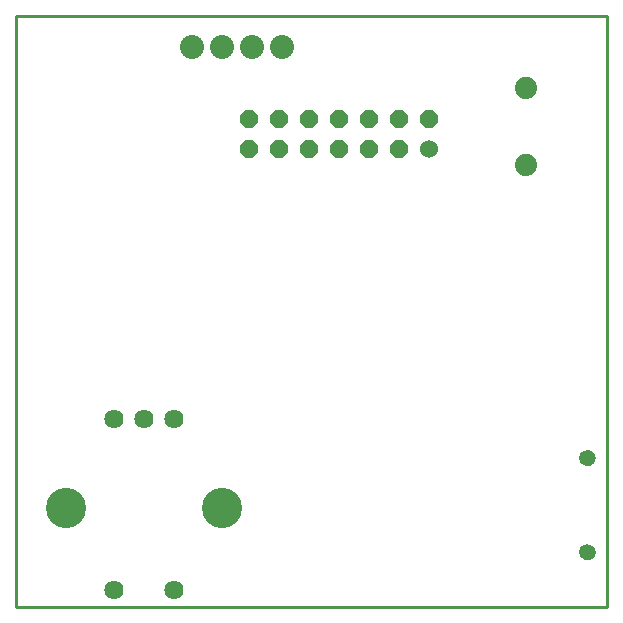
<source format=gbs>
G75*
%MOIN*%
%OFA0B0*%
%FSLAX24Y24*%
%IPPOS*%
%LPD*%
%AMOC8*
5,1,8,0,0,1.08239X$1,22.5*
%
%ADD10C,0.0100*%
%ADD11C,0.0000*%
%ADD12C,0.0532*%
%ADD13C,0.0800*%
%ADD14C,0.0640*%
%ADD15C,0.1340*%
%ADD16C,0.0740*%
%ADD17C,0.0600*%
%ADD18OC8,0.0600*%
D10*
X000250Y000180D02*
X000250Y019865D01*
X019935Y019865D01*
X019935Y000180D01*
X000250Y000180D01*
D11*
X019034Y002001D02*
X019036Y002032D01*
X019042Y002062D01*
X019051Y002092D01*
X019064Y002120D01*
X019081Y002146D01*
X019101Y002169D01*
X019123Y002191D01*
X019148Y002209D01*
X019175Y002224D01*
X019204Y002235D01*
X019234Y002243D01*
X019265Y002247D01*
X019295Y002247D01*
X019326Y002243D01*
X019356Y002235D01*
X019385Y002224D01*
X019412Y002209D01*
X019437Y002191D01*
X019459Y002169D01*
X019479Y002146D01*
X019496Y002120D01*
X019509Y002092D01*
X019518Y002062D01*
X019524Y002032D01*
X019526Y002001D01*
X019524Y001970D01*
X019518Y001940D01*
X019509Y001910D01*
X019496Y001882D01*
X019479Y001856D01*
X019459Y001833D01*
X019437Y001811D01*
X019412Y001793D01*
X019385Y001778D01*
X019356Y001767D01*
X019326Y001759D01*
X019295Y001755D01*
X019265Y001755D01*
X019234Y001759D01*
X019204Y001767D01*
X019175Y001778D01*
X019148Y001793D01*
X019123Y001811D01*
X019101Y001833D01*
X019081Y001856D01*
X019064Y001882D01*
X019051Y001910D01*
X019042Y001940D01*
X019036Y001970D01*
X019034Y002001D01*
X019034Y005150D02*
X019036Y005181D01*
X019042Y005211D01*
X019051Y005241D01*
X019064Y005269D01*
X019081Y005295D01*
X019101Y005318D01*
X019123Y005340D01*
X019148Y005358D01*
X019175Y005373D01*
X019204Y005384D01*
X019234Y005392D01*
X019265Y005396D01*
X019295Y005396D01*
X019326Y005392D01*
X019356Y005384D01*
X019385Y005373D01*
X019412Y005358D01*
X019437Y005340D01*
X019459Y005318D01*
X019479Y005295D01*
X019496Y005269D01*
X019509Y005241D01*
X019518Y005211D01*
X019524Y005181D01*
X019526Y005150D01*
X019524Y005119D01*
X019518Y005089D01*
X019509Y005059D01*
X019496Y005031D01*
X019479Y005005D01*
X019459Y004982D01*
X019437Y004960D01*
X019412Y004942D01*
X019385Y004927D01*
X019356Y004916D01*
X019326Y004908D01*
X019295Y004904D01*
X019265Y004904D01*
X019234Y004908D01*
X019204Y004916D01*
X019175Y004927D01*
X019148Y004942D01*
X019123Y004960D01*
X019101Y004982D01*
X019081Y005005D01*
X019064Y005031D01*
X019051Y005059D01*
X019042Y005089D01*
X019036Y005119D01*
X019034Y005150D01*
D12*
X019280Y005150D03*
X019280Y002001D03*
D13*
X009106Y018824D03*
X008106Y018824D03*
X007106Y018824D03*
X006106Y018824D03*
D14*
X005500Y006420D03*
X004500Y006420D03*
X003500Y006420D03*
X003500Y000720D03*
X005500Y000720D03*
D15*
X007100Y003470D03*
X001900Y003470D03*
D16*
X017250Y014900D03*
X017250Y017460D03*
D17*
X014000Y015430D03*
D18*
X014000Y016430D03*
X013000Y016430D03*
X013000Y015430D03*
X012000Y015430D03*
X011000Y015430D03*
X011000Y016430D03*
X012000Y016430D03*
X010000Y016430D03*
X010000Y015430D03*
X009000Y015430D03*
X009000Y016430D03*
X008000Y016430D03*
X008000Y015430D03*
M02*

</source>
